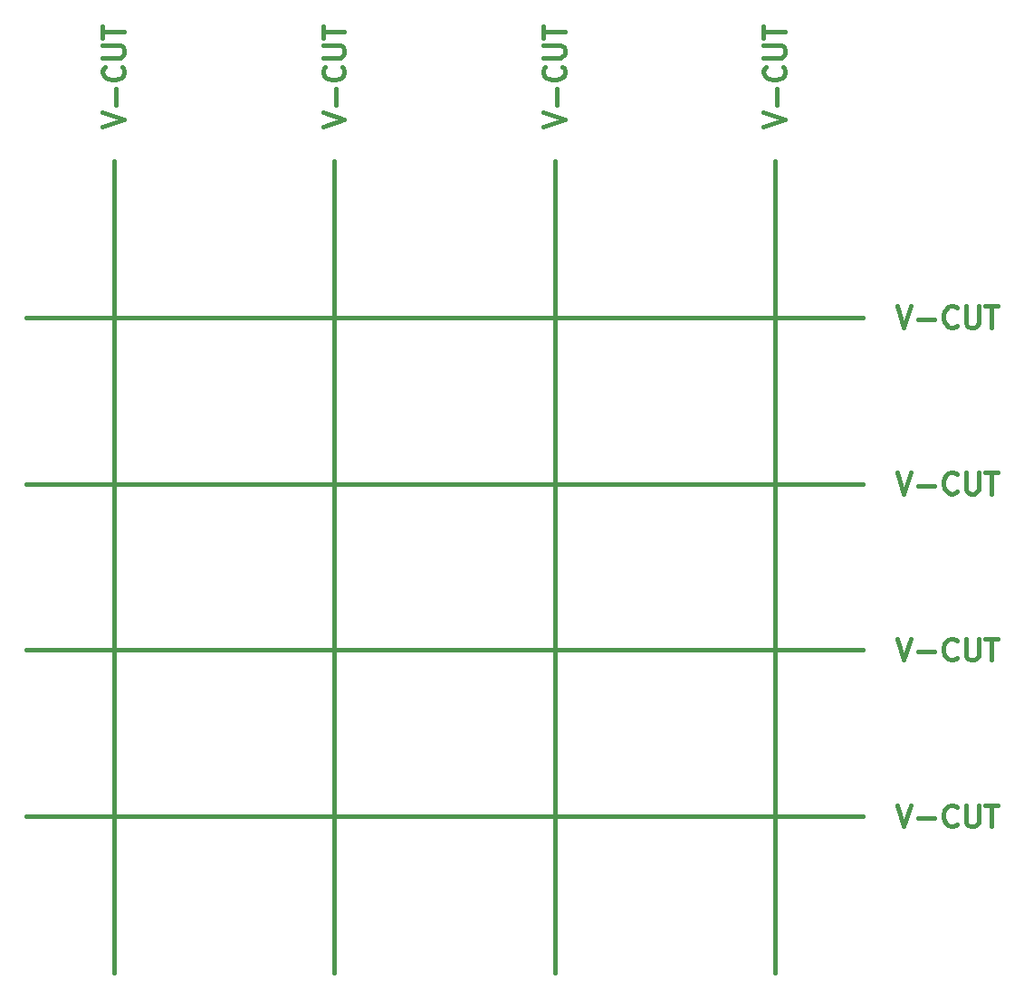
<source format=gbr>
G04 #@! TF.GenerationSoftware,KiCad,Pcbnew,7.0.2-6a45011f42~172~ubuntu22.04.1*
G04 #@! TF.CreationDate,2023-07-04T14:06:36+08:00*
G04 #@! TF.ProjectId,panel_3_3,70616e65-6c5f-4335-9f33-2e6b69636164,rev?*
G04 #@! TF.SameCoordinates,Original*
G04 #@! TF.FileFunction,Other,Comment*
%FSLAX46Y46*%
G04 Gerber Fmt 4.6, Leading zero omitted, Abs format (unit mm)*
G04 Created by KiCad (PCBNEW 7.0.2-6a45011f42~172~ubuntu22.04.1) date 2023-07-04 14:06:36*
%MOMM*%
%LPD*%
G01*
G04 APERTURE LIST*
%ADD10C,0.400000*%
G04 APERTURE END LIST*
D10*
X-3000000Y-11660000D02*
X75200000Y-11660000D01*
X46400000Y3000000D02*
X46400000Y-73000000D01*
X-3000000Y-58340000D02*
X75200000Y-58340000D01*
X67000000Y3000000D02*
X67000000Y-73000000D01*
X-3000000Y-27220000D02*
X75200000Y-27220000D01*
X5200000Y3000000D02*
X5200000Y-73000000D01*
X-3000000Y-42780000D02*
X75200000Y-42780000D01*
X25800000Y3000000D02*
X25800000Y-73000000D01*
X78390476Y-57265238D02*
X79057142Y-59265238D01*
X79057142Y-59265238D02*
X79723809Y-57265238D01*
X80390476Y-58503333D02*
X81914286Y-58503333D01*
X84009523Y-59074761D02*
X83914285Y-59170000D01*
X83914285Y-59170000D02*
X83628571Y-59265238D01*
X83628571Y-59265238D02*
X83438095Y-59265238D01*
X83438095Y-59265238D02*
X83152380Y-59170000D01*
X83152380Y-59170000D02*
X82961904Y-58979523D01*
X82961904Y-58979523D02*
X82866666Y-58789047D01*
X82866666Y-58789047D02*
X82771428Y-58408095D01*
X82771428Y-58408095D02*
X82771428Y-58122380D01*
X82771428Y-58122380D02*
X82866666Y-57741428D01*
X82866666Y-57741428D02*
X82961904Y-57550952D01*
X82961904Y-57550952D02*
X83152380Y-57360476D01*
X83152380Y-57360476D02*
X83438095Y-57265238D01*
X83438095Y-57265238D02*
X83628571Y-57265238D01*
X83628571Y-57265238D02*
X83914285Y-57360476D01*
X83914285Y-57360476D02*
X84009523Y-57455714D01*
X84866666Y-57265238D02*
X84866666Y-58884285D01*
X84866666Y-58884285D02*
X84961904Y-59074761D01*
X84961904Y-59074761D02*
X85057142Y-59170000D01*
X85057142Y-59170000D02*
X85247618Y-59265238D01*
X85247618Y-59265238D02*
X85628571Y-59265238D01*
X85628571Y-59265238D02*
X85819047Y-59170000D01*
X85819047Y-59170000D02*
X85914285Y-59074761D01*
X85914285Y-59074761D02*
X86009523Y-58884285D01*
X86009523Y-58884285D02*
X86009523Y-57265238D01*
X86676190Y-57265238D02*
X87819047Y-57265238D01*
X87247618Y-59265238D02*
X87247618Y-57265238D01*
X4125238Y6190477D02*
X6125238Y6857143D01*
X6125238Y6857143D02*
X4125238Y7523810D01*
X5363333Y8190477D02*
X5363333Y9714286D01*
X5934761Y11809524D02*
X6030000Y11714286D01*
X6030000Y11714286D02*
X6125238Y11428572D01*
X6125238Y11428572D02*
X6125238Y11238096D01*
X6125238Y11238096D02*
X6030000Y10952381D01*
X6030000Y10952381D02*
X5839523Y10761905D01*
X5839523Y10761905D02*
X5649047Y10666667D01*
X5649047Y10666667D02*
X5268095Y10571429D01*
X5268095Y10571429D02*
X4982380Y10571429D01*
X4982380Y10571429D02*
X4601428Y10666667D01*
X4601428Y10666667D02*
X4410952Y10761905D01*
X4410952Y10761905D02*
X4220476Y10952381D01*
X4220476Y10952381D02*
X4125238Y11238096D01*
X4125238Y11238096D02*
X4125238Y11428572D01*
X4125238Y11428572D02*
X4220476Y11714286D01*
X4220476Y11714286D02*
X4315714Y11809524D01*
X4125238Y12666667D02*
X5744285Y12666667D01*
X5744285Y12666667D02*
X5934761Y12761905D01*
X5934761Y12761905D02*
X6030000Y12857143D01*
X6030000Y12857143D02*
X6125238Y13047619D01*
X6125238Y13047619D02*
X6125238Y13428572D01*
X6125238Y13428572D02*
X6030000Y13619048D01*
X6030000Y13619048D02*
X5934761Y13714286D01*
X5934761Y13714286D02*
X5744285Y13809524D01*
X5744285Y13809524D02*
X4125238Y13809524D01*
X4125238Y14476191D02*
X4125238Y15619048D01*
X6125238Y15047619D02*
X4125238Y15047619D01*
X78390476Y-26145238D02*
X79057142Y-28145238D01*
X79057142Y-28145238D02*
X79723809Y-26145238D01*
X80390476Y-27383333D02*
X81914286Y-27383333D01*
X84009523Y-27954761D02*
X83914285Y-28050000D01*
X83914285Y-28050000D02*
X83628571Y-28145238D01*
X83628571Y-28145238D02*
X83438095Y-28145238D01*
X83438095Y-28145238D02*
X83152380Y-28050000D01*
X83152380Y-28050000D02*
X82961904Y-27859523D01*
X82961904Y-27859523D02*
X82866666Y-27669047D01*
X82866666Y-27669047D02*
X82771428Y-27288095D01*
X82771428Y-27288095D02*
X82771428Y-27002380D01*
X82771428Y-27002380D02*
X82866666Y-26621428D01*
X82866666Y-26621428D02*
X82961904Y-26430952D01*
X82961904Y-26430952D02*
X83152380Y-26240476D01*
X83152380Y-26240476D02*
X83438095Y-26145238D01*
X83438095Y-26145238D02*
X83628571Y-26145238D01*
X83628571Y-26145238D02*
X83914285Y-26240476D01*
X83914285Y-26240476D02*
X84009523Y-26335714D01*
X84866666Y-26145238D02*
X84866666Y-27764285D01*
X84866666Y-27764285D02*
X84961904Y-27954761D01*
X84961904Y-27954761D02*
X85057142Y-28050000D01*
X85057142Y-28050000D02*
X85247618Y-28145238D01*
X85247618Y-28145238D02*
X85628571Y-28145238D01*
X85628571Y-28145238D02*
X85819047Y-28050000D01*
X85819047Y-28050000D02*
X85914285Y-27954761D01*
X85914285Y-27954761D02*
X86009523Y-27764285D01*
X86009523Y-27764285D02*
X86009523Y-26145238D01*
X86676190Y-26145238D02*
X87819047Y-26145238D01*
X87247618Y-28145238D02*
X87247618Y-26145238D01*
X78390476Y-10585238D02*
X79057142Y-12585238D01*
X79057142Y-12585238D02*
X79723809Y-10585238D01*
X80390476Y-11823333D02*
X81914286Y-11823333D01*
X84009523Y-12394761D02*
X83914285Y-12490000D01*
X83914285Y-12490000D02*
X83628571Y-12585238D01*
X83628571Y-12585238D02*
X83438095Y-12585238D01*
X83438095Y-12585238D02*
X83152380Y-12490000D01*
X83152380Y-12490000D02*
X82961904Y-12299523D01*
X82961904Y-12299523D02*
X82866666Y-12109047D01*
X82866666Y-12109047D02*
X82771428Y-11728095D01*
X82771428Y-11728095D02*
X82771428Y-11442380D01*
X82771428Y-11442380D02*
X82866666Y-11061428D01*
X82866666Y-11061428D02*
X82961904Y-10870952D01*
X82961904Y-10870952D02*
X83152380Y-10680476D01*
X83152380Y-10680476D02*
X83438095Y-10585238D01*
X83438095Y-10585238D02*
X83628571Y-10585238D01*
X83628571Y-10585238D02*
X83914285Y-10680476D01*
X83914285Y-10680476D02*
X84009523Y-10775714D01*
X84866666Y-10585238D02*
X84866666Y-12204285D01*
X84866666Y-12204285D02*
X84961904Y-12394761D01*
X84961904Y-12394761D02*
X85057142Y-12490000D01*
X85057142Y-12490000D02*
X85247618Y-12585238D01*
X85247618Y-12585238D02*
X85628571Y-12585238D01*
X85628571Y-12585238D02*
X85819047Y-12490000D01*
X85819047Y-12490000D02*
X85914285Y-12394761D01*
X85914285Y-12394761D02*
X86009523Y-12204285D01*
X86009523Y-12204285D02*
X86009523Y-10585238D01*
X86676190Y-10585238D02*
X87819047Y-10585238D01*
X87247618Y-12585238D02*
X87247618Y-10585238D01*
X45325238Y6190477D02*
X47325238Y6857143D01*
X47325238Y6857143D02*
X45325238Y7523810D01*
X46563333Y8190477D02*
X46563333Y9714286D01*
X47134761Y11809524D02*
X47230000Y11714286D01*
X47230000Y11714286D02*
X47325238Y11428572D01*
X47325238Y11428572D02*
X47325238Y11238096D01*
X47325238Y11238096D02*
X47230000Y10952381D01*
X47230000Y10952381D02*
X47039523Y10761905D01*
X47039523Y10761905D02*
X46849047Y10666667D01*
X46849047Y10666667D02*
X46468095Y10571429D01*
X46468095Y10571429D02*
X46182380Y10571429D01*
X46182380Y10571429D02*
X45801428Y10666667D01*
X45801428Y10666667D02*
X45610952Y10761905D01*
X45610952Y10761905D02*
X45420476Y10952381D01*
X45420476Y10952381D02*
X45325238Y11238096D01*
X45325238Y11238096D02*
X45325238Y11428572D01*
X45325238Y11428572D02*
X45420476Y11714286D01*
X45420476Y11714286D02*
X45515714Y11809524D01*
X45325238Y12666667D02*
X46944285Y12666667D01*
X46944285Y12666667D02*
X47134761Y12761905D01*
X47134761Y12761905D02*
X47230000Y12857143D01*
X47230000Y12857143D02*
X47325238Y13047619D01*
X47325238Y13047619D02*
X47325238Y13428572D01*
X47325238Y13428572D02*
X47230000Y13619048D01*
X47230000Y13619048D02*
X47134761Y13714286D01*
X47134761Y13714286D02*
X46944285Y13809524D01*
X46944285Y13809524D02*
X45325238Y13809524D01*
X45325238Y14476191D02*
X45325238Y15619048D01*
X47325238Y15047619D02*
X45325238Y15047619D01*
X78390476Y-41705238D02*
X79057142Y-43705238D01*
X79057142Y-43705238D02*
X79723809Y-41705238D01*
X80390476Y-42943333D02*
X81914286Y-42943333D01*
X84009523Y-43514761D02*
X83914285Y-43610000D01*
X83914285Y-43610000D02*
X83628571Y-43705238D01*
X83628571Y-43705238D02*
X83438095Y-43705238D01*
X83438095Y-43705238D02*
X83152380Y-43610000D01*
X83152380Y-43610000D02*
X82961904Y-43419523D01*
X82961904Y-43419523D02*
X82866666Y-43229047D01*
X82866666Y-43229047D02*
X82771428Y-42848095D01*
X82771428Y-42848095D02*
X82771428Y-42562380D01*
X82771428Y-42562380D02*
X82866666Y-42181428D01*
X82866666Y-42181428D02*
X82961904Y-41990952D01*
X82961904Y-41990952D02*
X83152380Y-41800476D01*
X83152380Y-41800476D02*
X83438095Y-41705238D01*
X83438095Y-41705238D02*
X83628571Y-41705238D01*
X83628571Y-41705238D02*
X83914285Y-41800476D01*
X83914285Y-41800476D02*
X84009523Y-41895714D01*
X84866666Y-41705238D02*
X84866666Y-43324285D01*
X84866666Y-43324285D02*
X84961904Y-43514761D01*
X84961904Y-43514761D02*
X85057142Y-43610000D01*
X85057142Y-43610000D02*
X85247618Y-43705238D01*
X85247618Y-43705238D02*
X85628571Y-43705238D01*
X85628571Y-43705238D02*
X85819047Y-43610000D01*
X85819047Y-43610000D02*
X85914285Y-43514761D01*
X85914285Y-43514761D02*
X86009523Y-43324285D01*
X86009523Y-43324285D02*
X86009523Y-41705238D01*
X86676190Y-41705238D02*
X87819047Y-41705238D01*
X87247618Y-43705238D02*
X87247618Y-41705238D01*
X65925238Y6190477D02*
X67925238Y6857143D01*
X67925238Y6857143D02*
X65925238Y7523810D01*
X67163333Y8190477D02*
X67163333Y9714286D01*
X67734761Y11809524D02*
X67830000Y11714286D01*
X67830000Y11714286D02*
X67925238Y11428572D01*
X67925238Y11428572D02*
X67925238Y11238096D01*
X67925238Y11238096D02*
X67830000Y10952381D01*
X67830000Y10952381D02*
X67639523Y10761905D01*
X67639523Y10761905D02*
X67449047Y10666667D01*
X67449047Y10666667D02*
X67068095Y10571429D01*
X67068095Y10571429D02*
X66782380Y10571429D01*
X66782380Y10571429D02*
X66401428Y10666667D01*
X66401428Y10666667D02*
X66210952Y10761905D01*
X66210952Y10761905D02*
X66020476Y10952381D01*
X66020476Y10952381D02*
X65925238Y11238096D01*
X65925238Y11238096D02*
X65925238Y11428572D01*
X65925238Y11428572D02*
X66020476Y11714286D01*
X66020476Y11714286D02*
X66115714Y11809524D01*
X65925238Y12666667D02*
X67544285Y12666667D01*
X67544285Y12666667D02*
X67734761Y12761905D01*
X67734761Y12761905D02*
X67830000Y12857143D01*
X67830000Y12857143D02*
X67925238Y13047619D01*
X67925238Y13047619D02*
X67925238Y13428572D01*
X67925238Y13428572D02*
X67830000Y13619048D01*
X67830000Y13619048D02*
X67734761Y13714286D01*
X67734761Y13714286D02*
X67544285Y13809524D01*
X67544285Y13809524D02*
X65925238Y13809524D01*
X65925238Y14476191D02*
X65925238Y15619048D01*
X67925238Y15047619D02*
X65925238Y15047619D01*
X24725238Y6190477D02*
X26725238Y6857143D01*
X26725238Y6857143D02*
X24725238Y7523810D01*
X25963333Y8190477D02*
X25963333Y9714286D01*
X26534761Y11809524D02*
X26630000Y11714286D01*
X26630000Y11714286D02*
X26725238Y11428572D01*
X26725238Y11428572D02*
X26725238Y11238096D01*
X26725238Y11238096D02*
X26630000Y10952381D01*
X26630000Y10952381D02*
X26439523Y10761905D01*
X26439523Y10761905D02*
X26249047Y10666667D01*
X26249047Y10666667D02*
X25868095Y10571429D01*
X25868095Y10571429D02*
X25582380Y10571429D01*
X25582380Y10571429D02*
X25201428Y10666667D01*
X25201428Y10666667D02*
X25010952Y10761905D01*
X25010952Y10761905D02*
X24820476Y10952381D01*
X24820476Y10952381D02*
X24725238Y11238096D01*
X24725238Y11238096D02*
X24725238Y11428572D01*
X24725238Y11428572D02*
X24820476Y11714286D01*
X24820476Y11714286D02*
X24915714Y11809524D01*
X24725238Y12666667D02*
X26344285Y12666667D01*
X26344285Y12666667D02*
X26534761Y12761905D01*
X26534761Y12761905D02*
X26630000Y12857143D01*
X26630000Y12857143D02*
X26725238Y13047619D01*
X26725238Y13047619D02*
X26725238Y13428572D01*
X26725238Y13428572D02*
X26630000Y13619048D01*
X26630000Y13619048D02*
X26534761Y13714286D01*
X26534761Y13714286D02*
X26344285Y13809524D01*
X26344285Y13809524D02*
X24725238Y13809524D01*
X24725238Y14476191D02*
X24725238Y15619048D01*
X26725238Y15047619D02*
X24725238Y15047619D01*
M02*

</source>
